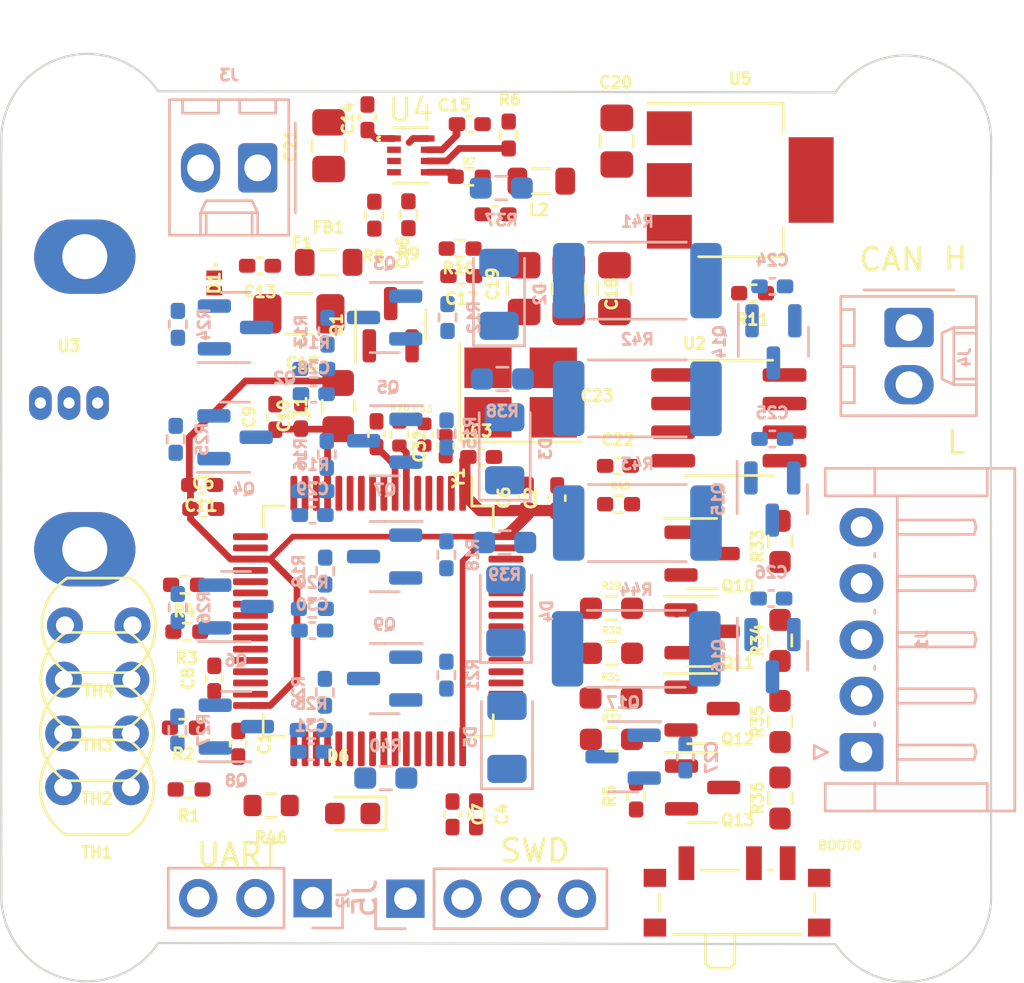
<source format=kicad_pcb>
(kicad_pcb (version 20221018) (generator pcbnew)
  (layers (0 "F.Cu" signal) (31 "B.Cu" power) (34 "B.Paste" user) (35 "F.Paste" user) (36 "B.SilkS" user "B.Silkscreen") (37 "F.SilkS" user "F.Silkscreen") (38 "B.Mask" user) (39 "F.Mask" user) (44 "Edge.Cuts" user))
  (net 0 "")
  (net 1 "+3.3V")
  (net 2 "GND")
  (net 3 "Net-(U1-VCAP_2)")
  (net 4 "Net-(U1-VCAP_1)")
  (net 5 "+3.3VA")
  (net 6 "Net-(U1-NRST)")
  (net 7 "Net-(C13-Pad1)")
  (net 8 "Net-(U4-PG)")
  (net 9 "Net-(U4-SS)")
  (net 10 "Net-(U4-SW)")
  (net 11 "Net-(C16-Pad2)")
  (net 12 "+5V")
  (net 13 "Net-(C17-Pad2)")
  (net 14 "VIN")
  (net 15 "CELL4")
  (net 16 "CELL3")
  (net 17 "CELL2")
  (net 18 "CELL1")
  (net 19 "CELL4_M")
  (net 20 "CELL3_M")
  (net 21 "CELL2_M")
  (net 22 "CELL1_M")
  (net 23 "HSE_IN")
  (net 24 "Net-(C33-Pad1)")
  (net 25 "+12V")
  (net 26 "Net-(D2-A)")
  (net 27 "Net-(D3-A)")
  (net 28 "Net-(D4-A)")
  (net 29 "Net-(D5-A)")
  (net 30 "Net-(D6-K)")
  (net 31 "LED_STATUS")
  (net 32 "Net-(Q1-S)")
  (net 33 "SWDCLK")
  (net 34 "SWDIO")
  (net 35 "CELL4_M_TRIG")
  (net 36 "Net-(Q2-C)")
  (net 37 "Net-(Q3-D)")
  (net 38 "CELL3_M_TRIG")
  (net 39 "Net-(Q4-C)")
  (net 40 "Net-(Q5-D)")
  (net 41 "CELL2_M_TRIG")
  (net 42 "Net-(Q6-C)")
  (net 43 "Net-(Q7-D)")
  (net 44 "CELL1_M_TRIG")
  (net 45 "Net-(Q8-C)")
  (net 46 "Net-(Q9-D)")
  (net 47 "Net-(Q10-B)")
  (net 48 "Net-(Q10-C)")
  (net 49 "Net-(Q11-B)")
  (net 50 "Net-(Q11-C)")
  (net 51 "Net-(Q12-B)")
  (net 52 "Net-(Q12-C)")
  (net 53 "Net-(Q13-B)")
  (net 54 "Net-(Q13-C)")
  (net 55 "Net-(Q14-B)")
  (net 56 "Net-(Q14-C)")
  (net 57 "Net-(Q15-B)")
  (net 58 "Net-(Q15-C)")
  (net 59 "Net-(Q16-B)")
  (net 60 "Net-(Q16-C)")
  (net 61 "Net-(Q17-B)")
  (net 62 "Net-(Q17-C)")
  (net 63 "Temp1")
  (net 64 "Temp2")
  (net 65 "Temp3")
  (net 66 "Temp4")
  (net 67 "Net-(SW1-B)")
  (net 68 "Net-(U1-BOOT0)")
  (net 69 "Net-(U4-EN)")
  (net 70 "Net-(U4-BST)")
  (net 71 "Net-(U4-FB)")
  (net 72 "CAN1+")
  (net 73 "CAN1-")
  (net 74 "HSE_OUT")
  (net 75 "CL4_DCH")
  (net 76 "CL3_DCH")
  (net 77 "CL2_DCH")
  (net 78 "CL1_DCH")
  (net 79 "CAN_STBY")
  (net 87 "Current")
  (net 100 "UART_RX")
  (net 101 "UART_TX")
  (net 102 "SWO")
  (net 106 "CAN1_RX")
  (net 107 "CAN1_TX")
  (footprint "Package_QFP:LQFP-64_10x10mm_P0.5mm" (layer "F.Cu") (at 86.1768 68.7178 -90)
    (fp_text reference "U1")
    (fp_text value "STM32F405RGTx" hide)
  )
  (footprint "Button_Switch_SMD:SW_SPDT_PCM12" (layer "F.Cu") (at 102.1186 80.905)
    (fp_text reference "SW1" hide)
    (fp_text value "SW_BOOT0" hide)
  )
  (footprint "Capacitor_SMD:C_0402_1005Metric_Pad0.74x0.62mm_HandSolder" (layer "F.Cu") (at 90.244625 46.641525)
    (fp_text reference "C15")
    (fp_text value "6.8nF" hide)
  )
  (footprint "Resistor_SMD:R_0402_1005Metric_Pad0.72x0.64mm_HandSolder" (layer "F.Cu") (at 91.971825 47.124125 -90)
    (fp_text reference "R6")
    (fp_text value "604kΩ" hide)
  )
  (footprint "Package_TO_SOT_SMD:SOT-23" (layer "F.Cu") (at 86.7308 55.5521 90)
    (fp_text reference "Q1")
    (fp_text value "AO3401A" hide)
  )
  (footprint "Resistor_SMD:R_0402_1005Metric_Pad0.72x0.64mm_HandSolder" (layer "F.Cu") (at 77.5716 67.1068 180)
    (fp_text reference "R4")
    (fp_text value "10k" hide)
  )
  (footprint "Capacitor_SMD:C_0402_1005Metric_Pad0.74x0.62mm_HandSolder" (layer "F.Cu") (at 82.7478 59.5992 90)
    (fp_text reference "C10")
    (fp_text value "1u" hide)
  )
  (footprint "Capacitor_SMD:C_0402_1005Metric_Pad0.74x0.62mm_HandSolder" (layer "F.Cu") (at 92.7808 63.2401 90)
    (fp_text reference "C6")
    (fp_text value "10u" hide)
  )
  (footprint "Package_TO_SOT_SMD:SOT-23" (layer "F.Cu") (at 100.589395 76.109582)
    (fp_text reference "Q13")
    (fp_text value "MMBT3904" hide)
  )
  (footprint "Diode_SMD:D_0603_1608Metric" (layer "F.Cu") (at 85.0392 77.2668 180)
    (fp_text reference "D6")
    (fp_text value "LED" hide)
  )
  (footprint "Resistor_SMD:R_0603_1608Metric_Pad0.98x0.95mm_HandSolder" (layer "F.Cu") (at 96.52 72.136)
    (fp_text reference "R31")
    (fp_text value "R" hide)
  )
  (footprint "Resistor_SMD:R_0402_1005Metric_Pad0.72x0.64mm_HandSolder" (layer "F.Cu") (at 102.8071 54.1528 180)
    (fp_text reference "R11")
    (fp_text value "120" hide)
  )
  (footprint "Capacitor_SMD:C_0402_1005Metric_Pad0.74x0.62mm_HandSolder" (layer "F.Cu") (at 78.4044 63.7394)
    (fp_text reference "C5")
    (fp_text value "100n" hide)
  )
  (footprint "Capacitor_SMD:C_0805_2012Metric_Pad1.18x1.45mm_HandSolder" (layer "F.Cu") (at 96.774 47.3964 90)
    (fp_text reference "C20")
    (fp_text value "22uF" hide)
  )
  (footprint "Fuse:Fuse_1206_3216Metric" (layer "F.Cu") (at 82.6516 55.0672)
    (fp_text reference "F1")
    (fp_text value "500mA" hide)
  )
  (footprint "Resistor_SMD:R_0603_1608Metric_Pad0.98x0.95mm_HandSolder" (layer "F.Cu") (at 104.0268 76.5783 90)
    (fp_text reference "R36")
    (fp_text value "R" hide)
  )
  (footprint "Capacitor_SMD:C_0402_1005Metric" (layer "F.Cu") (at 89.174 60.9454 90)
    (fp_text reference "C32")
    (fp_text value "12p" hide)
  )
  (footprint "Resistor_SMD:R_0402_1005Metric_Pad0.72x0.64mm_HandSolder" (layer "F.Cu") (at 89.8144 52.1716 180)
    (fp_text reference "R10")
    (fp_text value "40.2Ω" hide)
  )
  (footprint "Inductor_SMD:L_0805_2012Metric" (layer "F.Cu") (at 83.9724 52.7812)
    (fp_text reference "FB1")
    (fp_text value "Ferrite" hide)
  )
  (footprint "Capacitor_SMD:C_0402_1005Metric" (layer "F.Cu") (at 88.2342 60.4374 -90)
    (fp_text reference "C33")
    (fp_text value "12p" hide)
  )
  (footprint "MountingHole:MountingHole_2.2mm_M2" (layer "F.Cu") (at 109.601 80.9498)
    (fp_text reference "H2" hide)
    (fp_text value "MountingHole" hide)
  )
  (footprint "Resistor_SMD:R_0603_1608Metric_Pad0.98x0.95mm_HandSolder" (layer "F.Cu") (at 104.0268 65.1783 90)
    (fp_text reference "R33")
    (fp_text value "R" hide)
  )
  (footprint "Resistor_SMD:R_0603_1608Metric_Pad0.98x0.95mm_HandSolder" (layer "F.Cu") (at 96.541099 68.148499)
    (fp_text reference "R29")
    (fp_text value "R" hide)
  )
  (footprint "Resistor_SMD:R_0402_1005Metric_Pad0.72x0.64mm_HandSolder" (layer "F.Cu") (at 77.6732 69.1896 180)
    (fp_text reference "R3")
    (fp_text value "10k" hide)
  )
  (footprint "Resistor_SMD:R_0402_1005Metric" (layer "F.Cu") (at 87.1166 60.4126 -90)
    (fp_text reference "R28")
    (fp_text value "47" hide)
  )
  (footprint "footprints:Kryształ_16MHz_BMS" (layer "F.Cu") (at 92.5036 58.5656)
    (fp_text reference "Y1")
    (fp_text value "Crystal_16MHz" hide)
  )
  (footprint "Capacitor_SMD:C_0402_1005Metric_Pad0.74x0.62mm_HandSolder" (layer "F.Cu") (at 90.7488 61.428)
    (fp_text reference "C3")
    (fp_text value "100n" hide)
  )
  (footprint "Package_TO_SOT_SMD:SOT-23" (layer "F.Cu") (at 100.563995 69.175382)
    (fp_text reference "Q11")
    (fp_text value "MMBT3904" hide)
  )
  (footprint "Resistor_SMD:R_0402_1005Metric_Pad0.72x0.64mm_HandSolder" (layer "F.Cu") (at 90.219225 48.978325 180)
    (fp_text reference "R7")
    (fp_text value "20Ω" hide)
  )
  (footprint "Inductor_SMD:L_0805_2012Metric" (layer "F.Cu") (at 93.4212 49.1744)
    (fp_text reference "L2")
    (fp_text value "3.3uH" hide)
  )
  (footprint "MountingHole:MountingHole_2.2mm_M2" (layer "F.Cu") (at 73.2324 80.9244)
    (fp_text reference "H4" hide)
    (fp_text value "MountingHole" hide)
  )
  (footprint "Capacitor_SMD:C_0402_1005Metric_Pad0.74x0.62mm_HandSolder" (layer "F.Cu") (at 81.6048 59.65 90)
    (fp_text reference "C9")
    (fp_text value "10n" hide)
  )
  (footprint "footprints:MP2332HGTL-P" (layer "F.Cu") (at 87.625425 48.028975)
    (fp_text reference "U4")
    (fp_text value "MP2332H" hide)
  )
  (footprint "Capacitor_SMD:C_0805_2012Metric_Pad1.18x1.45mm_HandSolder" (layer "F.Cu") (at 96.6724 53.9496 -90)
    (fp_text reference "C23")
    (fp_text value "22uF" hide)
  )
  (footprint "Capacitor_SMD:C_0402_1005Metric_Pad0.74x0.62mm_HandSolder" (layer "F.Cu") (at 80.9244 52.9336 180)
    (fp_text reference "C13")
    (fp_text value "10u" hide)
  )
  (footprint "Resistor_SMD:R_0603_1608Metric_Pad0.98x0.95mm_HandSolder" (layer "F.Cu") (at 104.0268 69.5783 90)
    (fp_text reference "R34")
    (fp_text value "R" hide)
  )
  (footprint "OptoDevice:R_LDR_5.0x4.1mm_P3mm_Vertical" (layer "F.Cu") (at 75.2108 71.3232 180)
    (fp_text reference "TH3")
    (fp_text value "NTC_10k" hide)
  )
  (footprint "Capacitor_SMD:C_0402_1005Metric_Pad0.74x0.62mm_HandSolder" (layer "F.Cu") (at 85.698025 46.336725 90)
    (fp_text reference "C14")
    (fp_text value "1nF" hide)
  )
  (footprint "Package_TO_SOT_SMD:SOT-23" (layer "F.Cu") (at 100.566295 65.720982)
    (fp_text reference "Q10")
    (fp_text value "MMBT3904" hide)
  )
  (footprint "Resistor_SMD:R_0402_1005Metric_Pad0.72x0.64mm_HandSolder" (layer "F.Cu") (at 96.8549 63.5242 180)
    (fp_text reference "R45")
    (fp_text value "0" hide)
  )
  (footprint "OptoDevice:R_LDR_5.0x4.1mm_P3mm_Vertical" (layer "F.Cu") (at 75.184 73.7108 180)
    (fp_text reference "TH2")
    (fp_text value "NTC_10k" hide)
  )
  (footprint "Capacitor_SMD:C_0805_2012Metric_Pad1.18x1.45mm_HandSolder" (layer "F.Cu") (at 83.9724 47.5996 90)
    (fp_text reference "C21")
    (fp_text value "22uF" hide)
  )
  (footprint "Resistor_SMD:R_0603_1608Metric_Pad0.98x0.95mm_HandSolder" (layer "F.Cu") (at 96.541099 70.148789)
    (fp_text reference "R30")
    (fp_text value "R" hide)
  )
  (footprint "Capacitor_SMD:C_0805_2012Metric_Pad1.18x1.45mm_HandSolder" (layer "F.Cu") (at 94.6404 53.9496 -90)
    (fp_text reference "C18")
    (fp_text value "22uF" hide)
  )
  (footprint "Resistor_SMD:R_0402_1005Metric_Pad0.72x0.64mm_HandSolder" (layer "F.Cu") (at 77.5208 73.4568 180)
    (fp_text reference "R2")
    (fp_text value "10k" hide)
  )
  (footprint "Resistor_SMD:R_0402_1005Metric_Pad0.72x0.64mm_HandSolder" (layer "F.Cu") (at 97.6322 76.4902 90)
    (fp_text reference "R5")
    (fp_text value "10k" hide)
  )
  (footprint "Package_TO_SOT_SMD:SOT-223-3_TabPin2" (layer "F.Cu") (at 102.2604 49.1236)
    (fp_text reference "U5")
    (fp_text value "AMS1117-3.3" hide)
  )
  (footprint "Resistor_SMD:R_0402_1005Metric_Pad0.72x0.64mm_HandSolder" (layer "F.Cu") (at 86.0044 50.6863 90)
    (fp_text reference "R8")
    (fp_text value "10kΩ" hide)
  )
  (footprint "Package_SO:SOIC-8_3.9x4.9mm_P1.27mm" (layer "F.Cu") (at 101.7524 59.69)
    (fp_text reference "U2")
    (fp_text value "MCP2561-E-SN" hide)
  )
  (footprint "Resistor_SMD:R_0603_1608Metric" (layer "F.Cu") (at 81.4202 76.9112 180)
    (fp_text reference "R46")
    (fp_text value "1k15" hide)
  )
  (footprint "Resistor_SMD:R_0603_1608Metric_Pad0.98x0.95mm_HandSolder" (layer "F.Cu") (at 104.0268 73.1783 90)
    (fp_text reference "R35")
    (fp_text value "R" hide)
  )
  (footprint "Capacitor_SMD:C_0402_1005Metric_Pad0.74x0.62mm_HandSolder" (layer "F.Cu") (at 96.8248 61.8236)
    (fp_text reference "C22")
    (fp_text value "100n" hide)
  )
  (footprint "Capacitor_SMD:C_0402_1005Metric_Pad0.74x0.62mm_HandSolder" (layer "F.Cu") (at 78.3536 62.6726)
    (fp_text reference "C11")
    (fp_text value "1u" hide)
  )
  (footprint "Capacitor_SMD:C_0402_1005Metric_Pad0.74x0.62mm_HandSolder" (layer "F.Cu") (at 79.9592 74.168 -90)
    (fp_text reference "C1")
    (fp_text value "100n" hide)
  )
  (footprint "Capacitor_SMD:C_0402_1005Metric_Pad0.74x0.62mm_HandSolder" (layer "F.Cu") (at 89.8652 53.3908 180)
    (fp_text reference "C17")
    (fp_text value "10pF" hide)
  )
  (footprint "MountingHole:MountingHole_2.2mm_M2" (layer "F.Cu") (at 73.2578 47.371)
    (fp_text reference "H3" hide)
    (fp_text value "MountingHole" hide)
  )
  (footprint "Package_TO_SOT_SMD:SOT-23" (layer "F.Cu") (at 100.566295 72.606682)
    (fp_text reference "Q12")
    (fp_text value "MMBT3904" hide)
  )
  (footprint "footprints:WCS1500" (layer "F.Cu") (at 72.4408 59.0296)
    (fp_text reference "U3")
    (fp_text value "~" hide)
  )
  (footprint "Inductor_SMD:L_0805_2012Metric_Pad1.15x1.40mm_HandSolder" (layer "F.Cu") (at 84.3988 59.1674 90)
    (fp_text reference "L1")
    (fp_text value "39n" hide)
  )
  (footprint "MountingHole:MountingHole_2.2mm_M2" (layer "F.Cu") (at 109.6772 47.3456)
    (fp_text reference "H1" hide)
    (fp_text value "MountingHole" hide)
  )
  (footprint "Capacitor_SMD:C_0402_1005Metric_Pad0.74x0.62mm_HandSolder" (layer "F.Cu") (at 91.3892 50.6476 180)
    (fp_text reference "C16")
    (fp_text value "1uF" hide)
  )
  (footprint "Capacitor_SMD:C_0402_1005Metric_Pad0.74x0.62mm_HandSolder" (layer "F.Cu") (at 89.4788 77.303 -90)
    (fp_text reference "C7")
    (fp_text value "2.2u" hide)
  )
  (footprint "Resistor_SMD:R_0402_1005Metric_Pad0.72x0.64mm_HandSolder" (layer "F.Cu") (at 87.518989 50.668494 90)
    (fp_text reference "R9")
    (fp_text value "7.68kΩ" hide)
  )
  (footprint "Capacitor_SMD:C_0805_2012Metric_Pad1.18x1.45mm_HandSolder" (layer "F.Cu") (at 92.6592 53.9496 -90)
    (fp_text reference "C19")
    (fp_text value "22uF" hide)
  )
  (footprint "Capacitor_SMD:C_0402_1005Metric_Pad0.74x0.62mm_HandSolder" (layer "F.Cu") (at 86.1006 60.4146 90)
    (fp_text reference "C12")
    (fp_text value "100n" hide)
  )
  (footprint "OptoDevice:R_LDR_5.0x4.1mm_P3mm_Vertical" (layer "F.Cu") (at 75.184 76.0984 180)
    (fp_text reference "TH1")
    (fp_text value "NTC_10k" hide)
  )
  (footprint "OptoDevice:R_LDR_5.0x4.1mm_P3mm_Vertical" (layer "F.Cu") (at 75.2602 68.9102 180)
    (fp_text reference "TH4")
    (fp_text value "NTC_10k" hide)
  )
  (footprint "Capacitor_SMD:C_0402_1005Metric_Pad0.74x0.62mm_HandSolder" (layer "F.Cu") (at 94.127 63.2568 90)
    (fp_text reference "C2")
    (fp_text value "100n" hide)
  )
  (footprint "footprints:PESD5V0S1BL315" (layer "F.Cu") (at 78.8924 53.6956 -90)
    (fp_text reference "D1")
    (fp_text value "PESD18VF1BLYL" hide)
  )
  (footprint "Resistor_SMD:R_0603_1608Metric_Pad0.98x0.95mm_HandSolder" (layer "F.Cu") (at 96.537234 73.973428)
    (fp_text reference "R32")
    (fp_text value "R" hide)
  )
  (footprint "Capacitor_SMD:C_0402_1005Metric_Pad0.74x0.62mm_HandSolder" (layer "F.Cu") (at 78.8924 71.2724 90)
    (fp_text reference "C8")
    (fp_text value "2.2u" hide)
  )
  (footprint "Resistor_SMD:R_0402_1005Metric_Pad0.72x0.64mm_HandSolder" (layer "F.Cu") (at 77.7748 76.2 180)
    (fp_text reference "R1")
    (fp_text value "10k" hide)
  )
  (footprint "Capacitor_SMD:C_0402_1005Metric_Pad0.74x0.62mm_HandSolder" (layer "F.Cu") (at 90.5202 77.303 -90)
    (fp_text reference "C4")
    (fp_text value "100n" hide)
  )
  (footprint "Resistor_SMD:R_0402_1005Metric_Pad0.72x0.64mm_HandSolder" (layer "B.Cu") (at 83.8916 61.3156 -90)
    (fp_text reference "R16")
    (fp_text value "R" hide)
  )
  (footprint "Package_TO_SOT_SMD:SOT-23" (layer "B.Cu") (at 103.6828 63.2968 -90)
    (fp_text reference "Q15")
    (fp_text value "Q_PNP_BEC" hide)
  )
  (footprint "Resistor_SMD:R_2512_6332Metric_Pad1.40x3.35mm_HandSolder" (layer "B.Cu") (at 97.6884 53.594 180)
    (fp_text reference "R41")
    (fp_text value "R" hide)
  )
  (footprint "Resistor_SMD:R_0402_1005Metric_Pad0.72x0.64mm_HandSolder" (layer "B.Cu") (at 89.2556 55.2317 90)
    (fp_text reference "R12")
    (fp_text value "R" hide)
  )
  (footprint "Resistor_SMD:R_0402_1005Metric_Pad0.72x0.64mm_HandSolder" (layer "B.Cu") (at 77.2709 68.1121 90)
    (fp_text reference "R26")
    (fp_text value "10k" hide)
  )
  (footprint "Package_TO_SOT_SMD:SOT-23" (layer "B.Cu") (at 79.8345 55.6737)
    (fp_text reference "Q2")
    (fp_text value "MMBT3904" hide)
  )
  (footprint "Package_TO_SOT_SMD:SOT-23" (layer "B.Cu") (at 86.4616 55.2317 180)
    (fp_text reference "Q3")
    (fp_text value "DMG2301L" hide)
  )
  (footprint "Package_TO_SOT_SMD:SOT-23" (layer "B.Cu") (at 79.8155 60.5522)
    (fp_text reference "Q4")
    (fp_text value "MMBT3904" hide)
  )
  (footprint "Resistor_SMD:R_0402_1005Metric_Pad0.72x0.64mm_HandSolder" (layer "B.Cu") (at 77.2547 73.5584 90)
    (fp_text reference "R27")
    (fp_text value "10k" hide)
  )
  (footprint "Package_TO_SOT_SMD:SOT-23" (layer "B.Cu") (at 97.0557 74.742 180)
    (fp_text reference "Q17")
    (fp_text value "Q_PNP_BEC" hide)
  )
  (footprint "Resistor_SMD:R_0603_1608Metric_Pad0.98x0.95mm_HandSolder" (layer "B.Cu") (at 91.7956 65.2272)
    (fp_text reference "R39")
    (fp_text value "R" hide)
  )
  (footprint "Connector_JST:JST_EH_S5B-EH_1x05_P2.50mm_Horizontal" (layer "B.Cu") (at 107.6452 74.5452 90)
    (fp_text reference "J1")
    (fp_text value "Conn_01x05" hide)
  )
  (footprint "Capacitor_SMD:C_0402_1005Metric_Pad0.74x0.62mm_HandSolder" (layer "B.Cu") (at 103.6828 53.848 180)
    (fp_text reference "C24")
    (fp_text value "100nF" hide)
  )
  (footprint "Resistor_SMD:R_0402_1005Metric_Pad0.72x0.64mm_HandSolder" (layer "B.Cu") (at 83.282 62.9412 180)
    (fp_text reference "R17")
    (fp_text value "R" hide)
  )
  (footprint "Resistor_SMD:R_2512_6332Metric_Pad1.40x3.35mm_HandSolder" (layer "B.Cu") (at 97.6884 64.3636 180)
    (fp_text reference "R43")
    (fp_text value "R" hide)
  )
  (footprint "LED_SMD:LED_1206_3216Metric" (layer "B.Cu") (at 91.8972 73.8856 90)
    (fp_text reference "D5")
    (fp_text value "LED" hide)
  )
  (footprint "Capacitor_SMD:C_0402_1005Metric_Pad0.74x0.62mm_HandSolder" (layer "B.Cu") (at 103.6828 60.6275 180)
    (fp_text reference "C25")
    (fp_text value "100nF" hide)
  )
  (footprint "Resistor_SMD:R_0402_1005Metric_Pad0.72x0.64mm_HandSolder" (layer "B.Cu") (at 83.1983 73.5584 180)
    (fp_text reference "R23")
    (fp_text value "R" hide)
  )
  (footprint "Capacitor_SMD:C_0402_1005Metric_Pad0.74x0.62mm_HandSolder" (layer "B.Cu") (at 83.2491 69.1388 180)
    (fp_text reference "C30")
    (fp_text value "100nF" hide)
  )
  (footprint "Resistor_SMD:R_0603_1608Metric_Pad0.98x0.95mm_HandSolder" (layer "B.Cu") (at 91.6432 49.4792)
    (fp_text reference "R37")
    (fp_text value "TC" hide)
  )
  (footprint "Package_TO_SOT_SMD:SOT-23" (layer "B.Cu") (at 86.4703 60.706 180)
    (fp_text reference "Q5")
    (fp_text value "DMG2301L" hide)
  )
  (footprint "Resistor_SMD:R_0402_1005Metric_Pad0.72x0.64mm_HandSolder" (layer "B.Cu") (at 83.9216 55.8413 -90)
    (fp_text reference "R13")
    (fp_text value "R" hide)
  )
  (footprint "LED_SMD:LED_1206_3216Metric" (layer "B.Cu") (at 91.5416 54.2036 90)
    (fp_text reference "D2")
    (fp_text value "LED" hide)
  )
  (footprint "Package_TO_SOT_SMD:SOT-23" (layer "B.Cu") (at 79.8576 68.072)
    (fp_text reference "Q6")
    (fp_text value "MMBT3904" hide)
  )
  (footprint "Resistor_SMD:R_2512_6332Metric_Pad1.40x3.35mm_HandSolder" (layer "B.Cu") (at 97.6884 58.8264 180)
    (fp_text reference "R42")
    (fp_text value "R" hide)
  )
  (footprint "Connector_PinSocket_2.54mm:PinSocket_1x04_P2.54mm_Vertical" (layer "B.Cu") (at 87.386 81.051 -90)
    (fp_text reference "J2")
    (fp_text value "Conn_01x04_Socket" hide)
  )
  (footprint "Resistor_SMD:R_2512_6332Metric_Pad1.40x3.35mm_HandSolder" (layer "B.Cu") (at 97.6376 69.9516 180)
    (fp_text reference "R44")
    (fp_text value "R" hide)
  )
  (footprint "Package_TO_SOT_SMD:SOT-23" (layer "B.Cu") (at 79.8732 73.406)
    (fp_text reference "Q8")
    (fp_text value "MMBT3904" hide)
  )
  (footprint "Package_TO_SOT_SMD:SOT-23" (layer "B.Cu") (at 103.6915 70.2564 -90)
    (fp_text reference "Q16")
    (fp_text value "Q_PNP_BEC" hide)
  )
  (footprint "Resistor_SMD:R_0603_1608Metric_Pad0.98x0.95mm_HandSolder" (layer "B.Cu") (at 91.694 57.9628)
    (fp_text reference "R38")
    (fp_text value "R" hide)
  )
  (footprint "Connector_Molex:Molex_KK-254_AE-6410-02A_1x02_P2.54mm_Vertical" (layer "B.Cu") (at 80.8228 48.5848 180)
    (fp_text reference "J3")
    (fp_text value "Conn_01x02_Pin" hide)
  )
  (footprint "Resistor_SMD:R_0402_1005Metric_Pad0.72x0.64mm_HandSolder" (layer "B.Cu") (at 77.1803 60.6431 90)
    (fp_text reference "R25")
    (fp_text value "10k" hide)
  )
  (footprint "Package_TO_SOT_SMD:SOT-23" (layer "B.Cu") (at 86.4616 71.2724 180)
    (fp_text reference "Q9")
    (fp_text value "DMG2301L" hide)
  )
  (footprint "Resistor_SMD:R_0402_1005Metric_Pad0.72x0.64mm_HandSolder" (layer "B.Cu") (at 83.2491 68.1736 180)
    (fp_text reference "R20")
    (fp_text value "R" hide)
  )
  (footprint "Capacitor_SMD:C_0402_1005Metric_Pad0.74x0.62mm_HandSolder" (layer "B.Cu") (at 99.822 74.7776 90)
    (fp_text reference "C27")
    (fp_text value "100nF" hide)
  )
  (footprint "Capacitor_SMD:C_0402_1005Metric_Pad0.74x0.62mm_HandSolder" (layer "B.Cu") (at 83.312 58.6353 180)
    (fp_text reference "C28")
    (fp_text value "100nF" hide)
  )
  (footprint "Connector_PinHeader_2.54mm:PinHeader_1x03_P2.54mm_Vertical" (layer "B.Cu") (at 83.2612 81.026 90)
    (fp_text reference "J5")
    (fp_text value "Conn_01x03_Pin" hide)
  )
  (footprint "Resistor_SMD:R_0402_1005Metric_Pad0.72x0.64mm_HandSolder" (layer "B.Cu") (at 77.2755 55.536 90)
    (fp_text reference "R24")
    (fp_text value "10k" hide)
  )
  (footprint "Resistor_SMD:R_0402_1005Metric_Pad0.72x0.64mm_HandSolder" (layer "B.Cu") (at 89.2048 71.12 90)
    (fp_text reference "R21")
    (fp_text value "R" hide)
  )
  (footprint "LED_SMD:LED_1206_3216Metric" (layer "B.Cu") (at 91.8483 68.2752 90)
    (fp_text reference "D4")
    (fp_text value "LED" hide)
  )
  (footprint "Resistor_SMD:R_0402_1005Metric_Pad0.72x0.64mm_HandSolder" (layer "B.Cu") (at 83.8079 71.882 -90)
    (fp_text reference "R22")
    (fp_text value "R" hide)
  )
  (footprint "Resistor_SMD:R_0402_1005Metric_Pad0.72x0.64mm_HandSolder" (layer "B.Cu") (at 89.2048 65.7739 90)
    (fp_text reference "R18")
    (fp_text value "R" hide)
  )
  (footprint "LED_SMD:LED_1206_3216Metric" (layer "B.Cu") (at 91.7956 61.0616 90)
    (fp_text reference "D3")
    (fp_text value "LED" hide)
  )
  (footprint "Resistor_SMD:R_0402_1005Metric_Pad0.72x0.64mm_HandSolder" (layer "B.Cu") (at 83.82 66.4972 -90)
    (fp_text reference "R19")
    (fp_text value "R" hide)
  )
  (footprint "Package_TO_SOT_SMD:SOT-23" (layer "B.Cu") (at 86.4616 65.852 180)
    (fp_text reference "Q7")
    (fp_text value "DMG2301L" hide)
  )
  (footprint "Capacitor_SMD:C_0402_1005Metric_Pad0.74x0.62mm_HandSolder" (layer "B.Cu") (at 83.1983 74.5236 180)
    (fp_text reference "C31")
    (fp_text value "100nF" hide)
  )
  (footprint "Capacitor_SMD:C_0402_1005Metric_Pad0.74x0.62mm_HandSolder" (layer "B.Cu") (at 83.2612 64.008 180)
    (fp_text reference "C29")
    (fp_text value "100nF" hide)
  )
  (footprint "Resistor_SMD:R_0603_1608Metric_Pad0.98x0.95mm_HandSolder" (layer "B.Cu") (at 86.5124 75.692 180)
    (fp_text reference "R40")
    (fp_text value "R" hide)
  )
  (footprint "Connector_Molex:Molex_KK-254_AE-6410-02A_1x02_P2.54mm_Vertical" (layer "B.Cu") (at 109.7588 55.6768 -90)
    (fp_text reference "J4")
    (fp_text value "Conn_01x02_Pin" hide)
  )
  (footprint "Resistor_SMD:R_0402_1005Metric_Pad0.72x0.64mm_HandSolder" (layer "B.Cu") (at 83.312 57.5177 180)
    (fp_text reference "R14")
    (fp_text value "R" hide)
  )
  (footprint "Resistor_SMD:R_0402_1005Metric_Pad0.72x0.64mm_HandSolder" (layer "B.Cu") (at 89.2135 60.4012 90)
    (fp_text reference "R15")
    (fp_text value "R" hide)
  )
  (footprint "Capacitor_SMD:C_0402_1005Metric_Pad0.74x0.62mm_HandSolder" (layer "B.Cu") (at 103.6407 67.7164 180)
    (fp_text reference "C26")
    (fp_text value "100nF" hide)
  )
  (footprint "Package_TO_SOT_SMD:SOT-23" (layer "B.Cu") (at 103.7336 56.3141 -90)
    (fp_text reference "Q14")
    (fp_text value "Q_PNP_BEC" hide)
  )
  (gr_line (start 69.432822 80.915265) (end 69.424417 52.40913) (stroke (width 0.1)) (layer "Edge.Cuts"))
  (gr_line (start 113.404072 80.951283) (end 113.390086 50.087538) (stroke (width 0.1)) (layer "Edge.Cuts"))
  (gr_arc (start 106.488383 45.2293) (mid 110.771319 43.771482) (end 113.404072 47.4508) (stroke (width 0.1)) (layer "Edge.Cuts"))
  (gr_arc (start 69.4328 47.4) (mid 72.092922 43.700384) (end 76.4032 45.178538) (stroke (width 0.1)) (layer "Edge.Cuts"))
  (gr_line (start 76.4032 83.021535) (end 106.488383 83.0723) (stroke (width 0.1)) (layer "Edge.Cuts"))
  (gr_line (start 69.424417 52.40913) (end 69.4328 47.4) (stroke (width 0.1)) (layer "Edge.Cuts"))
  (gr_line (start 76.4032 45.178538) (end 106.488383 45.2293) (stroke (width 0.1)) (layer "Edge.Cuts"))
  (gr_line (start 113.390086 50.087538) (end 113.404072 47.4508) (stroke (width 0.1)) (layer "Edge.Cuts"))
  (gr_arc (start 76.403209 83.021535) (mid 72.13572 84.557284) (end 69.432822 80.915265) (stroke (width 0.1)) (layer "Edge.Cuts"))
  (gr_arc (start 113.404072 80.951283) (mid 110.733998 84.580357) (end 106.488383 83.0723) (stroke (width 0.1)) (layer "Edge.Cuts"))
  (gr_text "UART" (at 78.018 79.6876) (layer "F.SilkS") (effects (font (size 1 1)) (justify left bottom)))
  (gr_text "BOOT0" (at 105.6532 78.9256) (layer "F.SilkS") (effects (font (size 0.4 0.4) (thickness 0.1)) (justify left bottom)))
  (gr_text "CAN" (at 107.442 53.2384) (layer "F.SilkS") (effects (font (size 1 1)) (justify left bottom)))
  (gr_text "H" (at 111.2012 53.1876) (layer "F.SilkS") (effects (font (size 1 1)) (justify left bottom)))
  (gr_text "L" (at 111.3536 61.3664) (layer "F.SilkS") (effects (font (size 1 1)) (justify left bottom)))
  (gr_text "SWD" (at 91.4908 79.502) (layer "F.SilkS") (effects (font (size 1 1)) (justify left bottom)))
  (segment (start 77.8369 62.7234) (end 77.7861 62.6726) (width 0.3) (layer "F.Cu") (net 1))
  (segment (start 91.011115 64.9678) (end 89.9268 66.052115) (width 0.25) (layer "F.Cu") (net 1))
  (segment (start 82.57 67.159959) (end 81.377841 65.9678) (width 0.3) (layer "F.Cu") (net 1))
  (segment (start 90.6916 63.8076) (end 92.7808 63.8076) (width 0.5) (layer "F.Cu") (net 1))
  (segment (start 92.7808 64.0388) (end 91.9518 64.8678) (width 0.5) (layer "F.Cu") (net 1))
  (segment (start 93.2434 80.9244) (end 92.658094 80.9244) (width 0.3) (layer "F.Cu") (net 1))
  (segment (start 91.8518 64.9678) (end 82.377841 64.9678) (width 0.25) (layer "F.Cu") (net 1))
  (segment (start 82.57 71.275641) (end 82.57 67.159959) (width 0.3) (layer "F.Cu") (net 1))
  (segment (start 82.377841 64.9678) (end 81.377841 65.9678) (width 0.25) (layer "F.Cu") (net 1))
  (segment (start 92.7808 63.8076) (end 94.1103 63.8076) (width 0.5) (layer "F.Cu") (net 1))
  (segment (start 90.1813 61.428) (end 90.0268 61.5825) (width 0.5) (layer "F.Cu") (net 1))
  (segment (start 77.8369 63.7394) (end 77.8369 62.7234) (width 0.3) (layer "F.Cu") (net 1))
  (segment (start 80.5018 72.4678) (end 81.377841 72.4678) (width 0.3) (layer "F.Cu") (net 1))
  (segment (start 89.9268 66.052115) (end 89.9268 74.3928) (width 0.25) (layer "F.Cu") (net 1))
  (segment (start 77.8369 63.7394) (end 77.8369 64.178941) (width 0.3) (layer "F.Cu") (net 1))
  (segment (start 92.7808 63.8076) (end 92.7808 64.0388) (width 0.5) (layer "F.Cu") (net 1))
  (segment (start 82.451921 71.393721) (end 82.57 71.275641) (width 0.3) (layer "F.Cu") (net 1))
  (segment (start 77.8369 64.178941) (end 79.625759 65.9678) (width 0.3) (layer "F.Cu") (net 1))
  (segment (start 81.377841 65.9678) (end 80.5018 65.9678) (width 0.3) (layer "F.Cu") (net 1))
  (segment (start 91.9518 64.8678) (end 91.8518 64.8678) (width 0.5) (layer "F.Cu") (net 1))
  (segment (start 90.0268 63.1428) (end 90.6916 63.8076) (width 0.5) (layer "F.Cu") (net 1))
  (segment (start 80.284 58.0498) (end 84.3062 58.0498) (width 0.3) (layer "F.Cu") (net 1))
  (segment (start 81.377841 72.4678) (end 82.451921 71.393721) (width 0.3) (layer "F.Cu") (net 1))
  (segment (start 77.7861 62.6726) (end 77.7861 60.5477) (width 0.3) (layer "F.Cu") (net 1))
  (segment (start 79.625759 65.9678) (end 80.5018 65.9678) (width 0.3) (layer "F.Cu") (net 1))
  (segment (start 77.7861 60.5477) (end 80.284 58.0498) (width 0.3) (layer "F.Cu") (net 1))
  (segment (start 89.9268 73.516759) (end 89.9268 74.3928) (width 0.3) (layer "F.Cu") (net 1))
  (segment (start 94.1103 63.8076) (end 94.127 63.8243) (width 0.5) (layer "F.Cu") (net 1))
  (segment (start 84.3062 58.0498) (end 84.3988 58.1424) (width 0.3) (layer "F.Cu") (net 1))
  (segment (start 90.0268 61.5825) (end 90.0268 63.0428) (width 0.5) (layer "F.Cu") (net 1))
  (segment (start 91.8518 64.9678) (end 91.011115 64.9678) (width 0.25) (layer "F.Cu") (net 1))
  (segment (start 89.4788 76.7355) (end 89.4268 76.6835) (width 0.3) (layer "F.Cu") (net 3))
  (segment (start 83.9268 60.6644) (end 84.3988 60.1924) (width 0.3) (layer "F.Cu") (net 5))
  (segment (start 81.6299 60.1924) (end 81.6048 60.2175) (width 0.3) (layer "F.Cu") (net 5))
  (segment (start 82.6462 60.0651) (end 82.7478 60.1667) (width 0.5) (layer "F.Cu") (net 5))
  (segment (start 84.3988 60.1924) (end 81.6299 60.1924) (width 0.3) (layer "F.Cu") (net 5))
  (segment (start 83.9268 63.0428) (end 83.9268 60.6644) (width 0.3) (layer "F.Cu") (net 5))
  (segment (start 86.1006 60.9821) (end 86.9268 61.8083) (width 0.3) (layer "F.Cu") (net 6))
  (segment (start 86.9268 61.8083) (end 86.9268 63.0428) (width 0.3) (layer "F.Cu") (net 6))
  (segment (start 86.072774 47.278974) (end 85.698025 46.904225) (width 0.3) (layer "F.Cu") (net 8))
  (segment (start 86.876125 47.278974) (end 86.072774 47.278974) (width 0.3) (layer "F.Cu") (net 8))
  (segment (start 89.626325 47.171874) (end 89.626325 46.920925) (width 0.3) (layer "F.Cu") (net 9))
  (segment (start 88.374725 47.778975) (end 89.019224 47.778975) (width 0.3) (layer "F.Cu") (net 9))
  (segment (start 89.677125 47.121074) (end 89.677125 46.641525) (width 0.3) (layer "F.Cu") (net 9))
  (segment (start 89.019224 47.778975) (end 89.677125 47.121074) (width 0.3) (layer "F.Cu") (net 9))
  (segment (start 88.1794 59.9026) (end 88.2342 59.9574) (width 0.3) (layer "F.Cu") (net 24))
  (segment (start 87.1166 59.9026) (end 88.1794 59.9026) (width 0.3) (layer "F.Cu") (net 24))
  (segment (start 99.438495 68.413382) (end 99.626495 68.225382) (width 0.3) (layer "F.Cu") (net 49))
  (segment (start 97.449679 73.700934) (end 97.449679 74.156234) (width 0.3) (layer "F.Cu") (net 53))
  (segment (start 89.22633 48.278975) (end 88.374725 48.278975) (width 0.3) (layer "F.Cu") (net 69))
  (segment (start 91.971825 47.721625) (end 89.78368 47.721625) (width 0.3) (layer "F.Cu") (net 69))
  (segment (start 89.78368 47.721625) (end 89.22633 48.278975) (width 0.3) (layer "F.Cu") (net 69))
  (segment (start 89.422376 48.778976) (end 89.621725 48.978325) (width 0.3) (layer "F.Cu") (net 70))
  (segment (start 89.621725 48.978325) (end 89.512075 48.868675) (width 0.5) (layer "F.Cu") (net 70))
  (segment (start 88.374725 48.778976) (end 89.422376 48.778976) (width 0.3) (layer "F.Cu") (net 70))
  (segment (start 87.730226 47.278974) (end 87.552225 47.456975) (width 0.3) (layer "F.Cu") (net 71))
  (segment (start 88.374725 47.278974) (end 87.730226 47.278974) (width 0.3) (layer "F.Cu") (net 71))
  (segment (start 87.1166 60.9226) (end 87.4268 61.2328) (width 0.3) (layer "F.Cu") (net 74))
  (segment (start 87.4268 61.2328) (end 87.4268 63.0428) (width 0.3) (layer "F.Cu") (net 74))
)
</source>
